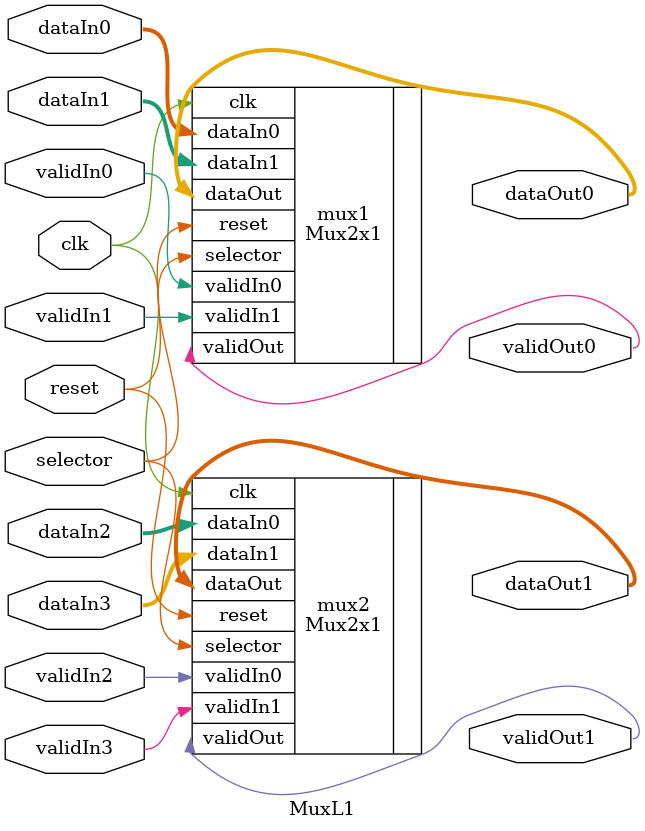
<source format=v>
`include "Mux2x1.v"

module MuxL1(
    output [7:0]dataOut0,
    output [7:0]dataOut1,
    output validOut0,
    output validOut1,
    input [7:0]dataIn0,
    input [7:0]dataIn1,
    input [7:0]dataIn2,
    input [7:0]dataIn3,
    input validIn0,
    input validIn1,
    input validIn2,
    input validIn3,
    input selector,
    input clk,
    input reset);

    Mux2x1 mux1(
        //Outputs
        .dataOut  (dataOut0[7:0]),
        .validOut (validOut0),
        //Inputs
        .dataIn0  (dataIn0[7:0]),
        .dataIn1  (dataIn1[7:0]),
        .validIn0 (validIn0),
        .validIn1 (validIn1),
        .selector (selector),
        .clk      (clk),
        .reset    (reset)
    );

    Mux2x1 mux2(
        //Outputs
        .dataOut  (dataOut1[7:0]),
        .validOut (validOut1),
        //Inputs
        .dataIn0  (dataIn2[7:0]),
        .dataIn1  (dataIn3[7:0]),
        .validIn0 (validIn2),
        .validIn1 (validIn3),
        .selector (selector),
        .clk      (clk),
        .reset    (reset)
    );
endmodule
</source>
